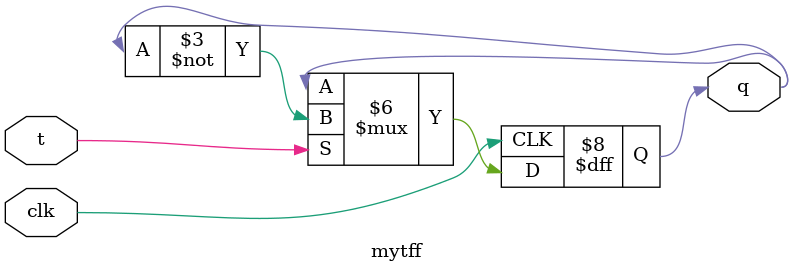
<source format=sv>
module mytff(
	input logic clk,
	input logic t,
	output logic q
);
initial begin
q = 0;
end
always @(posedge clk) begin
	if (t == 1'b1) begin
		q <= ~q;
	end else begin
		q <= q;
	end
end 
endmodule 
</source>
